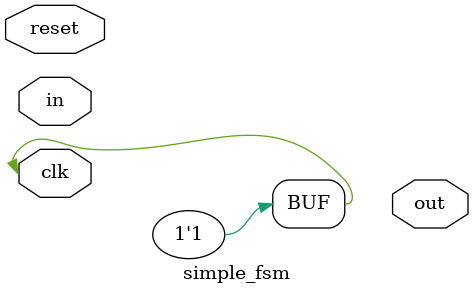
<source format=v>
module simple_fsm(clk, reset, in, out);
input clk;
input reset;
input in;
output out;
wire out;
reg present_state, next_state;
// In state 0, if in=1, stay in state 0. In state 0, if in=0, go to state 1
// In state 1, if in=1, stay in state 1. In state 1, if in=0, go to state 0
// out=1 in state 0 and out=0 in state 1
// Insert your code here

initial begin
    // Write the code to make the FSM work without reset
    // Insert your code here
    #10 clk = 1'b1;
end
endmodule

</source>
